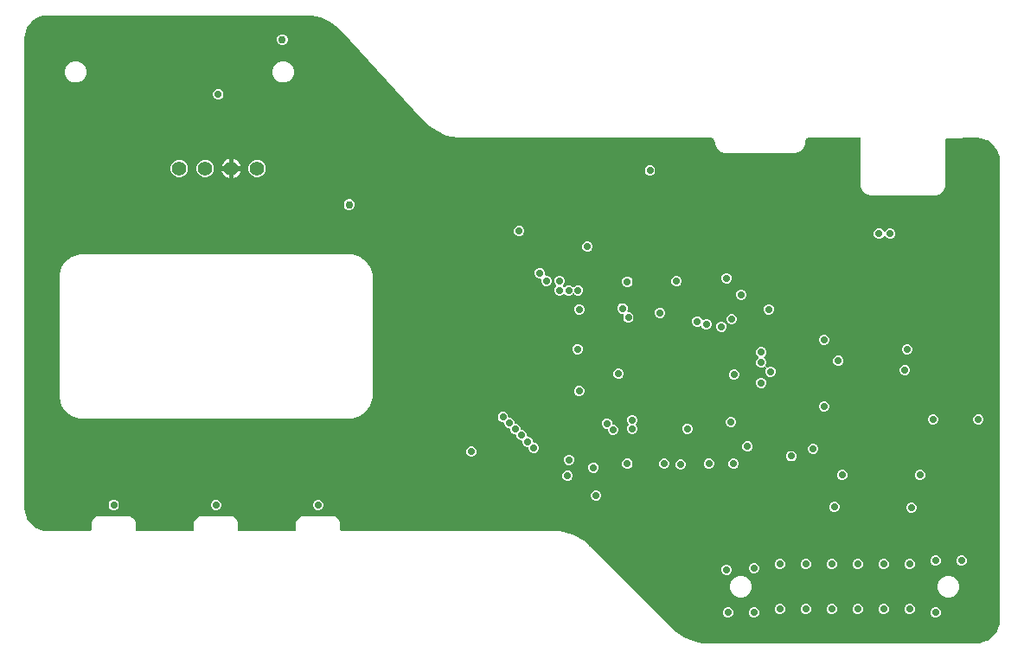
<source format=gbr>
G04 EAGLE Gerber RS-274X export*
G75*
%MOMM*%
%FSLAX34Y34*%
%LPD*%
%INLayer3*%
%IPPOS*%
%AMOC8*
5,1,8,0,0,1.08239X$1,22.5*%
G01*
%ADD10C,1.397000*%
%ADD11C,0.706400*%
%ADD12C,0.756400*%
%ADD13C,0.152400*%
%ADD14C,0.812800*%

G36*
X965022Y12543D02*
X965022Y12543D01*
X965100Y12545D01*
X968414Y12806D01*
X968482Y12820D01*
X968551Y12824D01*
X968707Y12864D01*
X975012Y14912D01*
X975120Y14963D01*
X975230Y15007D01*
X975281Y15039D01*
X975300Y15048D01*
X975316Y15061D01*
X975366Y15093D01*
X980730Y18990D01*
X980816Y19071D01*
X980908Y19146D01*
X980947Y19193D01*
X980961Y19207D01*
X980972Y19224D01*
X981010Y19270D01*
X984907Y24634D01*
X984965Y24738D01*
X985028Y24838D01*
X985051Y24895D01*
X985061Y24913D01*
X985066Y24932D01*
X985088Y24988D01*
X987136Y31293D01*
X987149Y31361D01*
X987172Y31426D01*
X987194Y31586D01*
X987455Y34900D01*
X987454Y34922D01*
X987459Y35000D01*
X987459Y485000D01*
X987457Y485022D01*
X987455Y485100D01*
X987194Y488414D01*
X987180Y488482D01*
X987176Y488551D01*
X987136Y488707D01*
X985088Y495012D01*
X985037Y495120D01*
X984993Y495230D01*
X984961Y495281D01*
X984952Y495300D01*
X984939Y495316D01*
X984907Y495366D01*
X981010Y500730D01*
X980929Y500816D01*
X980854Y500908D01*
X980807Y500947D01*
X980793Y500961D01*
X980776Y500972D01*
X980730Y501010D01*
X975366Y504907D01*
X975262Y504965D01*
X975162Y505028D01*
X975105Y505051D01*
X975087Y505061D01*
X975068Y505066D01*
X975012Y505088D01*
X968707Y507136D01*
X968639Y507149D01*
X968574Y507172D01*
X968414Y507194D01*
X965101Y507455D01*
X965079Y507454D01*
X964992Y507459D01*
X935711Y507254D01*
X935597Y507239D01*
X935483Y507232D01*
X935440Y507218D01*
X935396Y507212D01*
X935290Y507169D01*
X935181Y507134D01*
X935143Y507110D01*
X935101Y507093D01*
X935009Y507025D01*
X934912Y506963D01*
X934881Y506931D01*
X934845Y506904D01*
X934772Y506815D01*
X934694Y506732D01*
X934672Y506693D01*
X934644Y506658D01*
X934596Y506554D01*
X934540Y506453D01*
X934529Y506410D01*
X934510Y506369D01*
X934490Y506256D01*
X934461Y506145D01*
X934457Y506077D01*
X934453Y506056D01*
X934454Y506037D01*
X934451Y505985D01*
X934451Y459694D01*
X932770Y455636D01*
X929664Y452530D01*
X925606Y450849D01*
X860304Y450849D01*
X856246Y452530D01*
X853140Y455636D01*
X851459Y459694D01*
X851459Y506190D01*
X851444Y506308D01*
X851437Y506427D01*
X851424Y506465D01*
X851419Y506506D01*
X851376Y506616D01*
X851339Y506729D01*
X851317Y506764D01*
X851302Y506801D01*
X851233Y506897D01*
X851169Y506998D01*
X851139Y507026D01*
X851116Y507059D01*
X851024Y507135D01*
X850937Y507216D01*
X850902Y507236D01*
X850871Y507261D01*
X850763Y507312D01*
X850659Y507370D01*
X850619Y507380D01*
X850583Y507397D01*
X850466Y507419D01*
X850351Y507449D01*
X850291Y507453D01*
X850271Y507457D01*
X850250Y507455D01*
X850190Y507459D01*
X800500Y507459D01*
X800498Y507459D01*
X800495Y507459D01*
X800334Y507448D01*
X799638Y507357D01*
X799629Y507354D01*
X799620Y507354D01*
X799476Y507314D01*
X799331Y507276D01*
X799322Y507272D01*
X799313Y507269D01*
X799169Y507198D01*
X797963Y506501D01*
X797890Y506445D01*
X797811Y506398D01*
X797764Y506350D01*
X797710Y506309D01*
X797653Y506237D01*
X797588Y506171D01*
X797523Y506073D01*
X797512Y506060D01*
X797509Y506052D01*
X797499Y506037D01*
X796802Y504831D01*
X796799Y504822D01*
X796793Y504815D01*
X796737Y504676D01*
X796679Y504538D01*
X796678Y504528D01*
X796674Y504520D01*
X796643Y504362D01*
X796552Y503666D01*
X796552Y503663D01*
X796551Y503661D01*
X796541Y503500D01*
X796541Y501304D01*
X794860Y497246D01*
X791754Y494140D01*
X787696Y492459D01*
X717304Y492459D01*
X713246Y494140D01*
X710140Y497246D01*
X708459Y501304D01*
X708459Y503500D01*
X708459Y503502D01*
X708459Y503505D01*
X708448Y503666D01*
X708357Y504362D01*
X708354Y504371D01*
X708354Y504380D01*
X708314Y504524D01*
X708276Y504669D01*
X708272Y504678D01*
X708269Y504687D01*
X708198Y504831D01*
X707501Y506037D01*
X707445Y506110D01*
X707398Y506189D01*
X707350Y506236D01*
X707309Y506290D01*
X707237Y506347D01*
X707171Y506412D01*
X707073Y506477D01*
X707060Y506488D01*
X707052Y506491D01*
X707037Y506501D01*
X705831Y507198D01*
X705822Y507201D01*
X705815Y507207D01*
X705676Y507263D01*
X705538Y507321D01*
X705528Y507322D01*
X705520Y507326D01*
X705362Y507357D01*
X704666Y507448D01*
X704663Y507448D01*
X704661Y507449D01*
X704500Y507459D01*
X456532Y507459D01*
X445840Y509707D01*
X435838Y514107D01*
X426956Y520470D01*
X423264Y524497D01*
X422198Y525660D01*
X342990Y612069D01*
X342976Y612081D01*
X342944Y612117D01*
X339534Y615471D01*
X339519Y615482D01*
X339507Y615496D01*
X339383Y615598D01*
X331616Y621162D01*
X331571Y621186D01*
X331531Y621217D01*
X331388Y621292D01*
X322643Y625139D01*
X322594Y625153D01*
X322548Y625176D01*
X322393Y625219D01*
X313043Y627184D01*
X313025Y627186D01*
X313008Y627191D01*
X312848Y627210D01*
X308071Y627458D01*
X308053Y627456D01*
X308005Y627459D01*
X55000Y627459D01*
X54978Y627457D01*
X54900Y627455D01*
X51586Y627194D01*
X51518Y627180D01*
X51449Y627176D01*
X51293Y627136D01*
X44988Y625088D01*
X44880Y625037D01*
X44770Y624993D01*
X44719Y624961D01*
X44700Y624952D01*
X44684Y624939D01*
X44634Y624907D01*
X39270Y621010D01*
X39184Y620929D01*
X39092Y620854D01*
X39053Y620807D01*
X39039Y620793D01*
X39028Y620776D01*
X38990Y620730D01*
X35093Y615366D01*
X35035Y615262D01*
X34972Y615162D01*
X34949Y615105D01*
X34939Y615087D01*
X34934Y615068D01*
X34912Y615012D01*
X32864Y608707D01*
X32851Y608639D01*
X32828Y608574D01*
X32806Y608414D01*
X32545Y605100D01*
X32546Y605078D01*
X32541Y605000D01*
X32541Y145000D01*
X32543Y144978D01*
X32545Y144900D01*
X32806Y141586D01*
X32820Y141518D01*
X32824Y141449D01*
X32864Y141293D01*
X34912Y134988D01*
X34963Y134880D01*
X35007Y134770D01*
X35039Y134719D01*
X35048Y134700D01*
X35061Y134684D01*
X35093Y134634D01*
X38990Y129270D01*
X39071Y129184D01*
X39146Y129092D01*
X39193Y129053D01*
X39207Y129039D01*
X39224Y129028D01*
X39270Y128990D01*
X44634Y125093D01*
X44738Y125035D01*
X44838Y124972D01*
X44895Y124949D01*
X44913Y124939D01*
X44932Y124934D01*
X44988Y124912D01*
X51293Y122864D01*
X51361Y122851D01*
X51426Y122828D01*
X51586Y122806D01*
X54900Y122545D01*
X54922Y122546D01*
X55000Y122541D01*
X96774Y122541D01*
X96892Y122556D01*
X97011Y122563D01*
X97049Y122576D01*
X97090Y122581D01*
X97200Y122624D01*
X97313Y122661D01*
X97348Y122683D01*
X97385Y122698D01*
X97481Y122767D01*
X97582Y122831D01*
X97610Y122861D01*
X97643Y122884D01*
X97719Y122976D01*
X97800Y123063D01*
X97820Y123098D01*
X97845Y123129D01*
X97896Y123237D01*
X97954Y123341D01*
X97964Y123381D01*
X97981Y123417D01*
X98003Y123534D01*
X98033Y123649D01*
X98037Y123709D01*
X98041Y123729D01*
X98039Y123750D01*
X98043Y123810D01*
X98043Y131133D01*
X100064Y134632D01*
X103563Y136653D01*
X136021Y136653D01*
X139520Y134632D01*
X141541Y131133D01*
X141541Y123810D01*
X141556Y123692D01*
X141563Y123573D01*
X141576Y123535D01*
X141581Y123494D01*
X141624Y123384D01*
X141661Y123271D01*
X141683Y123236D01*
X141698Y123199D01*
X141767Y123103D01*
X141831Y123002D01*
X141861Y122974D01*
X141884Y122941D01*
X141976Y122865D01*
X142063Y122784D01*
X142098Y122764D01*
X142129Y122739D01*
X142237Y122688D01*
X142341Y122630D01*
X142381Y122620D01*
X142417Y122603D01*
X142534Y122581D01*
X142649Y122551D01*
X142709Y122547D01*
X142729Y122543D01*
X142750Y122545D01*
X142810Y122541D01*
X197190Y122541D01*
X197308Y122556D01*
X197427Y122563D01*
X197465Y122576D01*
X197506Y122581D01*
X197616Y122624D01*
X197729Y122661D01*
X197764Y122683D01*
X197801Y122698D01*
X197897Y122767D01*
X197998Y122831D01*
X198026Y122861D01*
X198059Y122884D01*
X198135Y122976D01*
X198216Y123063D01*
X198236Y123098D01*
X198261Y123129D01*
X198312Y123237D01*
X198370Y123341D01*
X198380Y123381D01*
X198397Y123417D01*
X198419Y123534D01*
X198449Y123649D01*
X198453Y123709D01*
X198457Y123729D01*
X198455Y123750D01*
X198459Y123810D01*
X198459Y131021D01*
X200480Y134520D01*
X203979Y136541D01*
X236020Y136541D01*
X239520Y134520D01*
X241541Y131021D01*
X241541Y123810D01*
X241556Y123692D01*
X241563Y123573D01*
X241576Y123535D01*
X241581Y123494D01*
X241624Y123384D01*
X241661Y123271D01*
X241683Y123236D01*
X241698Y123199D01*
X241767Y123103D01*
X241831Y123002D01*
X241861Y122974D01*
X241884Y122941D01*
X241976Y122865D01*
X242063Y122784D01*
X242098Y122764D01*
X242129Y122739D01*
X242237Y122688D01*
X242341Y122630D01*
X242381Y122620D01*
X242417Y122603D01*
X242534Y122581D01*
X242649Y122551D01*
X242709Y122547D01*
X242729Y122543D01*
X242750Y122545D01*
X242810Y122541D01*
X297190Y122541D01*
X297308Y122556D01*
X297427Y122563D01*
X297465Y122576D01*
X297506Y122581D01*
X297616Y122624D01*
X297729Y122661D01*
X297764Y122683D01*
X297801Y122698D01*
X297897Y122767D01*
X297998Y122831D01*
X298026Y122861D01*
X298059Y122884D01*
X298135Y122976D01*
X298216Y123063D01*
X298236Y123098D01*
X298261Y123129D01*
X298312Y123237D01*
X298370Y123341D01*
X298380Y123381D01*
X298397Y123417D01*
X298419Y123534D01*
X298449Y123649D01*
X298453Y123709D01*
X298457Y123729D01*
X298455Y123750D01*
X298459Y123810D01*
X298459Y131021D01*
X300480Y134520D01*
X303979Y136541D01*
X336021Y136541D01*
X339520Y134520D01*
X341541Y131021D01*
X341541Y123810D01*
X341556Y123692D01*
X341563Y123573D01*
X341576Y123535D01*
X341581Y123494D01*
X341624Y123384D01*
X341661Y123271D01*
X341683Y123236D01*
X341698Y123199D01*
X341767Y123103D01*
X341831Y123002D01*
X341861Y122974D01*
X341884Y122941D01*
X341976Y122865D01*
X342063Y122784D01*
X342098Y122764D01*
X342129Y122739D01*
X342237Y122688D01*
X342341Y122630D01*
X342381Y122620D01*
X342417Y122603D01*
X342534Y122581D01*
X342649Y122551D01*
X342709Y122547D01*
X342729Y122543D01*
X342750Y122545D01*
X342810Y122541D01*
X556206Y122541D01*
X569569Y118960D01*
X581550Y112043D01*
X585325Y108268D01*
X667152Y26441D01*
X667166Y26431D01*
X667197Y26398D01*
X670556Y23354D01*
X670566Y23347D01*
X670575Y23337D01*
X670703Y23239D01*
X678232Y18209D01*
X678271Y18189D01*
X678307Y18162D01*
X678451Y18091D01*
X686817Y14626D01*
X686859Y14615D01*
X686899Y14595D01*
X687055Y14554D01*
X695936Y12788D01*
X695949Y12787D01*
X695961Y12783D01*
X696121Y12765D01*
X700648Y12542D01*
X700666Y12544D01*
X700711Y12541D01*
X965000Y12541D01*
X965022Y12543D01*
G37*
%LPC*%
G36*
X86309Y232917D02*
X86309Y232917D01*
X79289Y235198D01*
X73377Y239493D01*
X73317Y239537D01*
X68978Y245509D01*
X66697Y252529D01*
X66697Y373691D01*
X68978Y380711D01*
X73317Y386683D01*
X79289Y391022D01*
X86309Y393303D01*
X353691Y393303D01*
X360711Y391022D01*
X366683Y386683D01*
X371022Y380711D01*
X373303Y373691D01*
X373303Y252529D01*
X371022Y245509D01*
X366683Y239537D01*
X360711Y235198D01*
X353691Y232917D01*
X86309Y232917D01*
G37*
%LPD*%
%LPC*%
G36*
X530362Y198905D02*
X530362Y198905D01*
X528504Y199675D01*
X527081Y201098D01*
X526311Y202956D01*
X526311Y203709D01*
X526296Y203827D01*
X526289Y203946D01*
X526276Y203984D01*
X526271Y204024D01*
X526228Y204135D01*
X526191Y204248D01*
X526169Y204282D01*
X526154Y204320D01*
X526085Y204416D01*
X526021Y204517D01*
X525991Y204545D01*
X525968Y204577D01*
X525876Y204653D01*
X525789Y204735D01*
X525754Y204754D01*
X525723Y204780D01*
X525615Y204831D01*
X525511Y204888D01*
X525471Y204898D01*
X525435Y204916D01*
X525318Y204938D01*
X525203Y204968D01*
X525143Y204972D01*
X525123Y204975D01*
X525102Y204974D01*
X525042Y204978D01*
X524289Y204978D01*
X522431Y205748D01*
X521008Y207170D01*
X520239Y209029D01*
X520239Y209781D01*
X520224Y209900D01*
X520216Y210018D01*
X520204Y210057D01*
X520199Y210097D01*
X520155Y210208D01*
X520118Y210321D01*
X520097Y210355D01*
X520082Y210393D01*
X520012Y210489D01*
X519948Y210590D01*
X519919Y210617D01*
X519895Y210650D01*
X519803Y210726D01*
X519716Y210807D01*
X519681Y210827D01*
X519650Y210853D01*
X519542Y210903D01*
X519438Y210961D01*
X519399Y210971D01*
X519362Y210988D01*
X519245Y211011D01*
X519130Y211040D01*
X519070Y211044D01*
X519050Y211048D01*
X519030Y211047D01*
X518969Y211051D01*
X518217Y211051D01*
X516358Y211820D01*
X514936Y213243D01*
X514166Y215101D01*
X514166Y215854D01*
X514151Y215972D01*
X514144Y216091D01*
X514131Y216129D01*
X514126Y216170D01*
X514082Y216280D01*
X514046Y216394D01*
X514024Y216428D01*
X514009Y216465D01*
X513939Y216561D01*
X513875Y216662D01*
X513846Y216690D01*
X513822Y216723D01*
X513730Y216799D01*
X513644Y216880D01*
X513608Y216900D01*
X513577Y216925D01*
X513470Y216976D01*
X513365Y217034D01*
X513326Y217044D01*
X513289Y217061D01*
X513173Y217083D01*
X513057Y217113D01*
X512997Y217117D01*
X512977Y217121D01*
X512957Y217120D01*
X512897Y217123D01*
X512144Y217123D01*
X510286Y217893D01*
X508863Y219316D01*
X508093Y221174D01*
X508093Y221927D01*
X508078Y222045D01*
X508071Y222164D01*
X508058Y222202D01*
X508053Y222242D01*
X508010Y222353D01*
X507973Y222466D01*
X507951Y222500D01*
X507936Y222538D01*
X507866Y222634D01*
X507803Y222735D01*
X507773Y222763D01*
X507749Y222795D01*
X507658Y222871D01*
X507571Y222953D01*
X507536Y222972D01*
X507505Y222998D01*
X507397Y223049D01*
X507293Y223106D01*
X507253Y223116D01*
X507217Y223134D01*
X507100Y223156D01*
X506985Y223186D01*
X506924Y223190D01*
X506904Y223193D01*
X506884Y223192D01*
X506824Y223196D01*
X506071Y223196D01*
X504213Y223966D01*
X502790Y225388D01*
X502021Y227247D01*
X502021Y227999D01*
X502006Y228118D01*
X501998Y228236D01*
X501986Y228275D01*
X501981Y228315D01*
X501937Y228426D01*
X501900Y228539D01*
X501879Y228573D01*
X501864Y228611D01*
X501794Y228707D01*
X501730Y228808D01*
X501701Y228835D01*
X501677Y228868D01*
X501585Y228944D01*
X501498Y229026D01*
X501463Y229045D01*
X501432Y229071D01*
X501324Y229122D01*
X501220Y229179D01*
X501181Y229189D01*
X501144Y229206D01*
X501027Y229229D01*
X500912Y229258D01*
X500852Y229262D01*
X500832Y229266D01*
X500811Y229265D01*
X500751Y229269D01*
X499999Y229269D01*
X498140Y230039D01*
X496718Y231461D01*
X495948Y233320D01*
X495948Y235331D01*
X496718Y237190D01*
X498140Y238612D01*
X499999Y239382D01*
X502010Y239382D01*
X503869Y238612D01*
X505291Y237190D01*
X506061Y235331D01*
X506061Y234579D01*
X506076Y234461D01*
X506084Y234342D01*
X506096Y234303D01*
X506101Y234263D01*
X506145Y234152D01*
X506182Y234039D01*
X506203Y234005D01*
X506218Y233968D01*
X506288Y233871D01*
X506352Y233771D01*
X506381Y233743D01*
X506405Y233710D01*
X506497Y233634D01*
X506583Y233553D01*
X506619Y233533D01*
X506650Y233507D01*
X506758Y233457D01*
X506862Y233399D01*
X506901Y233389D01*
X506938Y233372D01*
X507054Y233349D01*
X507170Y233320D01*
X507230Y233316D01*
X507250Y233312D01*
X507270Y233313D01*
X507331Y233309D01*
X508083Y233309D01*
X509942Y232540D01*
X511364Y231117D01*
X512134Y229259D01*
X512134Y228506D01*
X512149Y228388D01*
X512156Y228269D01*
X512169Y228231D01*
X512174Y228191D01*
X512218Y228080D01*
X512254Y227967D01*
X512276Y227932D01*
X512291Y227895D01*
X512361Y227799D01*
X512424Y227698D01*
X512454Y227670D01*
X512478Y227637D01*
X512569Y227562D01*
X512656Y227480D01*
X512692Y227460D01*
X512723Y227435D01*
X512830Y227384D01*
X512935Y227326D01*
X512974Y227316D01*
X513010Y227299D01*
X513127Y227277D01*
X513243Y227247D01*
X513303Y227243D01*
X513323Y227239D01*
X513343Y227241D01*
X513403Y227237D01*
X514156Y227237D01*
X516014Y226467D01*
X517437Y225044D01*
X518207Y223186D01*
X518207Y222433D01*
X518222Y222315D01*
X518229Y222196D01*
X518241Y222158D01*
X518247Y222118D01*
X518290Y222007D01*
X518327Y221894D01*
X518349Y221860D01*
X518364Y221822D01*
X518433Y221726D01*
X518497Y221625D01*
X518527Y221598D01*
X518550Y221565D01*
X518642Y221489D01*
X518729Y221407D01*
X518764Y221388D01*
X518795Y221362D01*
X518903Y221311D01*
X519007Y221254D01*
X519047Y221244D01*
X519083Y221226D01*
X519200Y221204D01*
X519315Y221174D01*
X519375Y221171D01*
X519395Y221167D01*
X519416Y221168D01*
X519476Y221164D01*
X520229Y221164D01*
X522087Y220394D01*
X523510Y218972D01*
X524279Y217113D01*
X524279Y216361D01*
X524294Y216242D01*
X524302Y216124D01*
X524314Y216085D01*
X524319Y216045D01*
X524363Y215934D01*
X524400Y215821D01*
X524421Y215787D01*
X524436Y215749D01*
X524506Y215653D01*
X524570Y215553D01*
X524599Y215525D01*
X524623Y215492D01*
X524715Y215416D01*
X524801Y215335D01*
X524837Y215315D01*
X524868Y215289D01*
X524976Y215239D01*
X525080Y215181D01*
X525119Y215171D01*
X525156Y215154D01*
X525273Y215131D01*
X525388Y215102D01*
X525448Y215098D01*
X525468Y215094D01*
X525488Y215095D01*
X525549Y215091D01*
X526301Y215091D01*
X528160Y214322D01*
X529582Y212899D01*
X530352Y211041D01*
X530352Y210288D01*
X530367Y210170D01*
X530374Y210051D01*
X530387Y210013D01*
X530392Y209972D01*
X530436Y209862D01*
X530472Y209749D01*
X530494Y209714D01*
X530509Y209677D01*
X530579Y209581D01*
X530643Y209480D01*
X530672Y209452D01*
X530696Y209419D01*
X530787Y209343D01*
X530874Y209262D01*
X530910Y209242D01*
X530941Y209217D01*
X531048Y209166D01*
X531153Y209108D01*
X531192Y209098D01*
X531228Y209081D01*
X531345Y209059D01*
X531461Y209029D01*
X531521Y209025D01*
X531541Y209021D01*
X531561Y209023D01*
X531621Y209019D01*
X532374Y209019D01*
X534232Y208249D01*
X535655Y206826D01*
X536425Y204968D01*
X536425Y202956D01*
X535655Y201098D01*
X534232Y199675D01*
X532374Y198905D01*
X530362Y198905D01*
G37*
%LPD*%
%LPC*%
G36*
X80623Y561559D02*
X80623Y561559D01*
X76786Y563149D01*
X73849Y566086D01*
X72259Y569923D01*
X72259Y574077D01*
X73849Y577914D01*
X76786Y580851D01*
X80623Y582441D01*
X84777Y582441D01*
X88614Y580851D01*
X91551Y577914D01*
X93141Y574077D01*
X93141Y569923D01*
X91551Y566086D01*
X88614Y563149D01*
X84777Y561559D01*
X80623Y561559D01*
G37*
%LPD*%
%LPC*%
G36*
X935223Y57559D02*
X935223Y57559D01*
X931386Y59149D01*
X928449Y62086D01*
X926859Y65923D01*
X926859Y70077D01*
X928449Y73914D01*
X931386Y76851D01*
X935223Y78441D01*
X939377Y78441D01*
X943214Y76851D01*
X946151Y73914D01*
X947741Y70077D01*
X947741Y65923D01*
X946151Y62086D01*
X943214Y59149D01*
X939377Y57559D01*
X935223Y57559D01*
G37*
%LPD*%
%LPC*%
G36*
X732023Y57559D02*
X732023Y57559D01*
X728186Y59149D01*
X725249Y62086D01*
X723659Y65923D01*
X723659Y70077D01*
X725249Y73914D01*
X728186Y76851D01*
X732023Y78441D01*
X736177Y78441D01*
X740014Y76851D01*
X742951Y73914D01*
X744541Y70077D01*
X744541Y65923D01*
X742951Y62086D01*
X740014Y59149D01*
X736177Y57559D01*
X732023Y57559D01*
G37*
%LPD*%
%LPC*%
G36*
X283823Y561559D02*
X283823Y561559D01*
X279986Y563149D01*
X277049Y566086D01*
X275459Y569923D01*
X275459Y574077D01*
X277049Y577914D01*
X279986Y580851D01*
X283823Y582441D01*
X287977Y582441D01*
X291814Y580851D01*
X294751Y577914D01*
X296341Y574077D01*
X296341Y569923D01*
X294751Y566086D01*
X291814Y563149D01*
X287977Y561559D01*
X283823Y561559D01*
G37*
%LPD*%
%LPC*%
G36*
X555366Y353083D02*
X555366Y353083D01*
X553508Y353853D01*
X552085Y355276D01*
X551315Y357134D01*
X551315Y359146D01*
X552085Y361004D01*
X552839Y361758D01*
X552912Y361852D01*
X552991Y361942D01*
X553009Y361978D01*
X553034Y362010D01*
X553081Y362119D01*
X553136Y362225D01*
X553144Y362264D01*
X553160Y362302D01*
X553179Y362419D01*
X553205Y362535D01*
X553204Y362576D01*
X553210Y362616D01*
X553199Y362734D01*
X553196Y362853D01*
X553184Y362892D01*
X553181Y362932D01*
X553140Y363045D01*
X553107Y363159D01*
X553087Y363193D01*
X553073Y363232D01*
X553006Y363330D01*
X552946Y363433D01*
X552906Y363478D01*
X552894Y363495D01*
X552879Y363508D01*
X552839Y363553D01*
X551973Y364420D01*
X551203Y366278D01*
X551203Y368290D01*
X551973Y370148D01*
X553396Y371571D01*
X555254Y372341D01*
X557266Y372341D01*
X559124Y371571D01*
X560547Y370148D01*
X561317Y368290D01*
X561317Y366278D01*
X560547Y364420D01*
X559793Y363665D01*
X559720Y363571D01*
X559641Y363482D01*
X559623Y363446D01*
X559598Y363414D01*
X559551Y363305D01*
X559496Y363199D01*
X559488Y363160D01*
X559472Y363122D01*
X559453Y363005D01*
X559427Y362889D01*
X559428Y362848D01*
X559422Y362808D01*
X559433Y362690D01*
X559436Y362571D01*
X559448Y362532D01*
X559451Y362492D01*
X559492Y362379D01*
X559525Y362265D01*
X559545Y362230D01*
X559559Y362192D01*
X559626Y362094D01*
X559686Y361991D01*
X559726Y361946D01*
X559738Y361929D01*
X559753Y361916D01*
X559793Y361870D01*
X560018Y361645D01*
X560113Y361572D01*
X560202Y361493D01*
X560238Y361475D01*
X560270Y361450D01*
X560379Y361403D01*
X560485Y361348D01*
X560524Y361340D01*
X560562Y361324D01*
X560679Y361305D01*
X560795Y361279D01*
X560836Y361280D01*
X560876Y361274D01*
X560994Y361285D01*
X561113Y361288D01*
X561152Y361300D01*
X561192Y361303D01*
X561305Y361344D01*
X561419Y361377D01*
X561453Y361397D01*
X561492Y361411D01*
X561590Y361478D01*
X561693Y361538D01*
X561738Y361578D01*
X561755Y361590D01*
X561768Y361605D01*
X561813Y361645D01*
X562596Y362427D01*
X564454Y363197D01*
X566466Y363197D01*
X568324Y362427D01*
X569106Y361645D01*
X569200Y361572D01*
X569290Y361493D01*
X569326Y361475D01*
X569358Y361450D01*
X569467Y361403D01*
X569573Y361348D01*
X569612Y361340D01*
X569650Y361324D01*
X569767Y361305D01*
X569883Y361279D01*
X569924Y361280D01*
X569964Y361274D01*
X570082Y361285D01*
X570201Y361288D01*
X570240Y361300D01*
X570280Y361303D01*
X570393Y361344D01*
X570507Y361377D01*
X570541Y361397D01*
X570580Y361411D01*
X570678Y361478D01*
X570781Y361538D01*
X570826Y361578D01*
X570843Y361590D01*
X570856Y361605D01*
X570901Y361645D01*
X571684Y362427D01*
X573542Y363197D01*
X575554Y363197D01*
X577412Y362427D01*
X578835Y361004D01*
X579605Y359146D01*
X579605Y357134D01*
X578835Y355276D01*
X577412Y353853D01*
X575554Y353083D01*
X573542Y353083D01*
X571684Y353853D01*
X570901Y354635D01*
X570807Y354708D01*
X570718Y354787D01*
X570682Y354805D01*
X570650Y354830D01*
X570541Y354878D01*
X570435Y354932D01*
X570396Y354940D01*
X570358Y354956D01*
X570241Y354975D01*
X570125Y355001D01*
X570084Y355000D01*
X570044Y355006D01*
X569926Y354995D01*
X569807Y354992D01*
X569768Y354980D01*
X569728Y354977D01*
X569616Y354936D01*
X569501Y354903D01*
X569466Y354883D01*
X569428Y354869D01*
X569330Y354802D01*
X569227Y354742D01*
X569182Y354702D01*
X569165Y354690D01*
X569152Y354675D01*
X569106Y354635D01*
X568324Y353853D01*
X566466Y353083D01*
X564454Y353083D01*
X562596Y353853D01*
X561813Y354635D01*
X561719Y354708D01*
X561630Y354787D01*
X561594Y354805D01*
X561562Y354830D01*
X561453Y354878D01*
X561347Y354932D01*
X561308Y354940D01*
X561270Y354956D01*
X561153Y354975D01*
X561037Y355001D01*
X560996Y355000D01*
X560956Y355006D01*
X560838Y354995D01*
X560719Y354992D01*
X560680Y354980D01*
X560640Y354977D01*
X560528Y354936D01*
X560413Y354903D01*
X560378Y354883D01*
X560340Y354869D01*
X560242Y354802D01*
X560139Y354742D01*
X560094Y354702D01*
X560077Y354690D01*
X560064Y354675D01*
X560018Y354635D01*
X559236Y353853D01*
X557378Y353083D01*
X555366Y353083D01*
G37*
%LPD*%
%LPC*%
G36*
X761837Y273555D02*
X761837Y273555D01*
X759979Y274325D01*
X758556Y275748D01*
X757786Y277606D01*
X757786Y279618D01*
X758565Y281497D01*
X758602Y281631D01*
X758642Y281764D01*
X758643Y281784D01*
X758649Y281804D01*
X758651Y281943D01*
X758658Y282082D01*
X758654Y282102D01*
X758654Y282122D01*
X758621Y282257D01*
X758593Y282393D01*
X758584Y282412D01*
X758580Y282431D01*
X758515Y282554D01*
X758454Y282679D01*
X758440Y282694D01*
X758431Y282712D01*
X758338Y282815D01*
X758247Y282921D01*
X758231Y282933D01*
X758217Y282948D01*
X758101Y283024D01*
X757987Y283104D01*
X757968Y283111D01*
X757951Y283122D01*
X757820Y283167D01*
X757690Y283217D01*
X757670Y283219D01*
X757651Y283226D01*
X757512Y283237D01*
X757374Y283252D01*
X757354Y283249D01*
X757334Y283251D01*
X757196Y283227D01*
X757059Y283208D01*
X757032Y283199D01*
X757020Y283196D01*
X757001Y283188D01*
X756907Y283156D01*
X754960Y282349D01*
X752948Y282349D01*
X751090Y283119D01*
X749667Y284542D01*
X748897Y286400D01*
X748897Y288412D01*
X749667Y290270D01*
X750867Y291471D01*
X750940Y291565D01*
X751019Y291654D01*
X751037Y291690D01*
X751062Y291722D01*
X751110Y291831D01*
X751164Y291937D01*
X751172Y291976D01*
X751188Y292014D01*
X751207Y292131D01*
X751233Y292247D01*
X751232Y292288D01*
X751238Y292328D01*
X751227Y292446D01*
X751224Y292565D01*
X751212Y292604D01*
X751209Y292644D01*
X751168Y292756D01*
X751135Y292871D01*
X751115Y292906D01*
X751101Y292944D01*
X751034Y293042D01*
X750974Y293145D01*
X750934Y293190D01*
X750922Y293207D01*
X750907Y293220D01*
X750867Y293266D01*
X749569Y294564D01*
X748799Y296422D01*
X748799Y298434D01*
X749569Y300292D01*
X750992Y301715D01*
X752850Y302485D01*
X754862Y302485D01*
X756720Y301715D01*
X758143Y300292D01*
X758913Y298434D01*
X758913Y296422D01*
X758143Y294564D01*
X756943Y293364D01*
X756870Y293269D01*
X756791Y293180D01*
X756773Y293144D01*
X756748Y293112D01*
X756701Y293003D01*
X756646Y292897D01*
X756638Y292858D01*
X756622Y292820D01*
X756603Y292703D01*
X756577Y292587D01*
X756578Y292546D01*
X756572Y292506D01*
X756583Y292388D01*
X756586Y292269D01*
X756598Y292230D01*
X756601Y292190D01*
X756642Y292077D01*
X756675Y291963D01*
X756695Y291929D01*
X756709Y291890D01*
X756776Y291792D01*
X756836Y291689D01*
X756876Y291644D01*
X756888Y291627D01*
X756903Y291614D01*
X756943Y291569D01*
X758241Y290270D01*
X759011Y288412D01*
X759011Y286400D01*
X758232Y284521D01*
X758196Y284387D01*
X758155Y284254D01*
X758154Y284234D01*
X758148Y284214D01*
X758146Y284074D01*
X758140Y283936D01*
X758144Y283916D01*
X758143Y283896D01*
X758176Y283761D01*
X758204Y283625D01*
X758213Y283606D01*
X758217Y283587D01*
X758282Y283464D01*
X758344Y283339D01*
X758357Y283324D01*
X758366Y283306D01*
X758460Y283203D01*
X758550Y283097D01*
X758566Y283085D01*
X758580Y283070D01*
X758696Y282994D01*
X758810Y282914D01*
X758829Y282907D01*
X758846Y282896D01*
X758977Y282851D01*
X759107Y282801D01*
X759127Y282799D01*
X759147Y282792D01*
X759285Y282781D01*
X759423Y282766D01*
X759443Y282769D01*
X759464Y282767D01*
X759601Y282791D01*
X759738Y282810D01*
X759765Y282819D01*
X759777Y282822D01*
X759796Y282830D01*
X759891Y282862D01*
X761837Y283669D01*
X763849Y283669D01*
X765708Y282899D01*
X767130Y281476D01*
X767900Y279618D01*
X767900Y277606D01*
X767130Y275748D01*
X765708Y274325D01*
X763849Y273555D01*
X761837Y273555D01*
G37*
%LPD*%
%LPC*%
G36*
X182407Y468790D02*
X182407Y468790D01*
X179280Y470086D01*
X176886Y472480D01*
X175590Y475607D01*
X175590Y478993D01*
X176886Y482120D01*
X179280Y484514D01*
X182407Y485810D01*
X185793Y485810D01*
X188920Y484514D01*
X191314Y482120D01*
X192610Y478993D01*
X192610Y475607D01*
X191314Y472480D01*
X188920Y470086D01*
X185793Y468790D01*
X182407Y468790D01*
G37*
%LPD*%
%LPC*%
G36*
X258607Y468790D02*
X258607Y468790D01*
X255480Y470086D01*
X253086Y472480D01*
X251790Y475607D01*
X251790Y478993D01*
X253086Y482120D01*
X255480Y484514D01*
X258607Y485810D01*
X261993Y485810D01*
X265120Y484514D01*
X267514Y482120D01*
X268810Y478993D01*
X268810Y475607D01*
X267514Y472480D01*
X265120Y470086D01*
X261993Y468790D01*
X258607Y468790D01*
G37*
%LPD*%
%LPC*%
G36*
X207807Y468790D02*
X207807Y468790D01*
X204680Y470086D01*
X202286Y472480D01*
X200990Y475607D01*
X200990Y478993D01*
X202286Y482120D01*
X204680Y484514D01*
X207807Y485810D01*
X211193Y485810D01*
X214320Y484514D01*
X216714Y482120D01*
X218010Y478993D01*
X218010Y475607D01*
X216714Y472480D01*
X214320Y470086D01*
X211193Y468790D01*
X207807Y468790D01*
G37*
%LPD*%
%LPC*%
G36*
X868154Y408395D02*
X868154Y408395D01*
X866296Y409165D01*
X864873Y410588D01*
X864103Y412446D01*
X864103Y414458D01*
X864873Y416316D01*
X866296Y417739D01*
X868154Y418509D01*
X870166Y418509D01*
X872024Y417739D01*
X873481Y416283D01*
X873541Y416168D01*
X873555Y416153D01*
X873565Y416136D01*
X873661Y416036D01*
X873755Y415933D01*
X873772Y415922D01*
X873786Y415907D01*
X873905Y415834D01*
X874021Y415758D01*
X874040Y415752D01*
X874057Y415741D01*
X874191Y415700D01*
X874322Y415655D01*
X874342Y415653D01*
X874361Y415647D01*
X874500Y415641D01*
X874639Y415630D01*
X874659Y415633D01*
X874679Y415632D01*
X874815Y415660D01*
X874952Y415684D01*
X874970Y415692D01*
X874990Y415696D01*
X875115Y415757D01*
X875242Y415815D01*
X875258Y415827D01*
X875276Y415836D01*
X875382Y415926D01*
X875490Y416013D01*
X875503Y416029D01*
X875518Y416042D01*
X875598Y416156D01*
X875682Y416267D01*
X875694Y416292D01*
X875701Y416302D01*
X875702Y416306D01*
X877136Y417739D01*
X878994Y418509D01*
X881006Y418509D01*
X882864Y417739D01*
X884287Y416316D01*
X885057Y414458D01*
X885057Y412446D01*
X884287Y410588D01*
X882864Y409165D01*
X881006Y408395D01*
X878994Y408395D01*
X877136Y409165D01*
X875679Y410621D01*
X875619Y410736D01*
X875605Y410751D01*
X875595Y410768D01*
X875498Y410868D01*
X875405Y410971D01*
X875388Y410982D01*
X875374Y410997D01*
X875255Y411070D01*
X875139Y411146D01*
X875120Y411153D01*
X875103Y411163D01*
X874970Y411204D01*
X874838Y411249D01*
X874818Y411251D01*
X874799Y411257D01*
X874660Y411263D01*
X874521Y411274D01*
X874501Y411271D01*
X874481Y411272D01*
X874344Y411244D01*
X874208Y411220D01*
X874189Y411212D01*
X874170Y411208D01*
X874045Y411146D01*
X873918Y411089D01*
X873902Y411077D01*
X873884Y411068D01*
X873778Y410978D01*
X873669Y410891D01*
X873657Y410875D01*
X873642Y410861D01*
X873562Y410748D01*
X873478Y410636D01*
X873466Y410611D01*
X873459Y410601D01*
X873458Y410598D01*
X872024Y409165D01*
X870166Y408395D01*
X868154Y408395D01*
G37*
%LPD*%
%LPC*%
G36*
X622766Y326593D02*
X622766Y326593D01*
X620908Y327363D01*
X619485Y328786D01*
X618715Y330644D01*
X618715Y332656D01*
X619120Y333632D01*
X619133Y333680D01*
X619154Y333725D01*
X619175Y333833D01*
X619204Y333939D01*
X619204Y333989D01*
X619214Y334038D01*
X619207Y334147D01*
X619209Y334257D01*
X619197Y334305D01*
X619194Y334355D01*
X619160Y334459D01*
X619135Y334566D01*
X619111Y334610D01*
X619096Y334657D01*
X619037Y334750D01*
X618986Y334847D01*
X618952Y334884D01*
X618926Y334926D01*
X618846Y335001D01*
X618772Y335083D01*
X618730Y335110D01*
X618694Y335144D01*
X618598Y335197D01*
X618506Y335257D01*
X618459Y335274D01*
X618416Y335298D01*
X618310Y335325D01*
X618205Y335361D01*
X618156Y335365D01*
X618108Y335377D01*
X617947Y335387D01*
X617106Y335387D01*
X615248Y336157D01*
X613825Y337580D01*
X613055Y339438D01*
X613055Y341450D01*
X613825Y343308D01*
X615248Y344731D01*
X617106Y345501D01*
X619118Y345501D01*
X620976Y344731D01*
X622399Y343308D01*
X623169Y341450D01*
X623169Y339438D01*
X622764Y338462D01*
X622751Y338414D01*
X622730Y338369D01*
X622709Y338261D01*
X622680Y338155D01*
X622680Y338105D01*
X622670Y338056D01*
X622677Y337947D01*
X622675Y337837D01*
X622687Y337789D01*
X622690Y337739D01*
X622724Y337635D01*
X622749Y337528D01*
X622773Y337484D01*
X622788Y337437D01*
X622847Y337344D01*
X622898Y337247D01*
X622932Y337210D01*
X622958Y337168D01*
X623038Y337093D01*
X623112Y337011D01*
X623154Y336984D01*
X623190Y336950D01*
X623286Y336897D01*
X623378Y336837D01*
X623425Y336820D01*
X623468Y336796D01*
X623574Y336769D01*
X623679Y336733D01*
X623728Y336729D01*
X623776Y336717D01*
X623937Y336707D01*
X624778Y336707D01*
X626636Y335937D01*
X628059Y334514D01*
X628829Y332656D01*
X628829Y330644D01*
X628059Y328786D01*
X626636Y327363D01*
X624778Y326593D01*
X622766Y326593D01*
G37*
%LPD*%
%LPC*%
G36*
X542402Y362227D02*
X542402Y362227D01*
X540543Y362997D01*
X539121Y364420D01*
X538351Y366278D01*
X538351Y368391D01*
X538353Y368398D01*
X538354Y368448D01*
X538363Y368498D01*
X538356Y368607D01*
X538358Y368716D01*
X538347Y368765D01*
X538343Y368815D01*
X538310Y368919D01*
X538284Y369025D01*
X538261Y369070D01*
X538245Y369117D01*
X538187Y369210D01*
X538136Y369307D01*
X538102Y369344D01*
X538075Y369386D01*
X537996Y369461D01*
X537922Y369542D01*
X537880Y369570D01*
X537844Y369604D01*
X537748Y369657D01*
X537656Y369717D01*
X537609Y369733D01*
X537565Y369758D01*
X537459Y369785D01*
X537356Y369821D01*
X537306Y369825D01*
X537257Y369837D01*
X537096Y369847D01*
X536334Y369847D01*
X534475Y370617D01*
X533053Y372040D01*
X532283Y373898D01*
X532283Y375910D01*
X533053Y377768D01*
X534475Y379191D01*
X536334Y379961D01*
X538346Y379961D01*
X540204Y379191D01*
X541627Y377768D01*
X542396Y375910D01*
X542396Y373797D01*
X542394Y373790D01*
X542394Y373740D01*
X542384Y373690D01*
X542391Y373581D01*
X542389Y373472D01*
X542401Y373423D01*
X542404Y373373D01*
X542438Y373269D01*
X542463Y373163D01*
X542486Y373118D01*
X542502Y373071D01*
X542560Y372978D01*
X542612Y372881D01*
X542645Y372844D01*
X542672Y372802D01*
X542752Y372727D01*
X542825Y372646D01*
X542867Y372618D01*
X542904Y372584D01*
X542999Y372531D01*
X543091Y372471D01*
X543138Y372455D01*
X543182Y372430D01*
X543288Y372403D01*
X543392Y372367D01*
X543442Y372363D01*
X543490Y372351D01*
X543651Y372341D01*
X544414Y372341D01*
X546272Y371571D01*
X547695Y370148D01*
X548464Y368290D01*
X548464Y366278D01*
X547695Y364420D01*
X546272Y362997D01*
X544414Y362227D01*
X542402Y362227D01*
G37*
%LPD*%
%LPC*%
G36*
X698994Y319943D02*
X698994Y319943D01*
X697136Y320713D01*
X695713Y322136D01*
X695607Y322391D01*
X695548Y322494D01*
X695496Y322601D01*
X695470Y322632D01*
X695450Y322667D01*
X695367Y322752D01*
X695290Y322843D01*
X695257Y322866D01*
X695229Y322895D01*
X695127Y322958D01*
X695030Y323026D01*
X694992Y323040D01*
X694958Y323062D01*
X694844Y323097D01*
X694732Y323139D01*
X694692Y323143D01*
X694654Y323155D01*
X694535Y323161D01*
X694416Y323174D01*
X694376Y323168D01*
X694336Y323170D01*
X694219Y323146D01*
X694101Y323130D01*
X694044Y323110D01*
X694024Y323106D01*
X694006Y323097D01*
X693949Y323078D01*
X692418Y322443D01*
X690406Y322443D01*
X688548Y323213D01*
X687125Y324636D01*
X686355Y326494D01*
X686355Y328506D01*
X687125Y330364D01*
X688548Y331787D01*
X690406Y332557D01*
X692418Y332557D01*
X694276Y331787D01*
X695699Y330364D01*
X695805Y330109D01*
X695863Y330006D01*
X695916Y329899D01*
X695942Y329868D01*
X695962Y329833D01*
X696045Y329748D01*
X696122Y329657D01*
X696155Y329634D01*
X696183Y329605D01*
X696285Y329543D01*
X696382Y329474D01*
X696420Y329460D01*
X696454Y329438D01*
X696568Y329403D01*
X696680Y329361D01*
X696720Y329357D01*
X696758Y329345D01*
X696877Y329339D01*
X696996Y329326D01*
X697036Y329332D01*
X697076Y329330D01*
X697193Y329354D01*
X697311Y329370D01*
X697367Y329390D01*
X697388Y329394D01*
X697406Y329403D01*
X697463Y329422D01*
X698994Y330057D01*
X701006Y330057D01*
X702864Y329287D01*
X704287Y327864D01*
X705057Y326006D01*
X705057Y323994D01*
X704287Y322136D01*
X702864Y320713D01*
X701006Y319943D01*
X698994Y319943D01*
G37*
%LPD*%
%LPC*%
G36*
X607804Y216383D02*
X607804Y216383D01*
X605946Y217153D01*
X604523Y218576D01*
X603753Y220434D01*
X603753Y221464D01*
X603738Y221582D01*
X603731Y221701D01*
X603718Y221739D01*
X603713Y221780D01*
X603670Y221890D01*
X603633Y222003D01*
X603611Y222038D01*
X603596Y222075D01*
X603527Y222171D01*
X603463Y222272D01*
X603433Y222300D01*
X603410Y222333D01*
X603318Y222409D01*
X603231Y222490D01*
X603196Y222510D01*
X603165Y222535D01*
X603057Y222586D01*
X602953Y222644D01*
X602913Y222654D01*
X602877Y222671D01*
X602760Y222693D01*
X602645Y222723D01*
X602585Y222727D01*
X602565Y222731D01*
X602544Y222729D01*
X602484Y222733D01*
X601732Y222733D01*
X599874Y223503D01*
X598451Y224926D01*
X597681Y226784D01*
X597681Y228796D01*
X598451Y230654D01*
X599874Y232077D01*
X601732Y232847D01*
X603744Y232847D01*
X605602Y232077D01*
X607025Y230654D01*
X607795Y228796D01*
X607795Y227766D01*
X607810Y227648D01*
X607817Y227529D01*
X607830Y227491D01*
X607835Y227450D01*
X607878Y227340D01*
X607915Y227227D01*
X607937Y227192D01*
X607952Y227155D01*
X608021Y227059D01*
X608085Y226958D01*
X608115Y226930D01*
X608138Y226897D01*
X608230Y226821D01*
X608317Y226740D01*
X608352Y226720D01*
X608383Y226695D01*
X608491Y226644D01*
X608595Y226586D01*
X608635Y226576D01*
X608671Y226559D01*
X608788Y226537D01*
X608903Y226507D01*
X608963Y226503D01*
X608983Y226499D01*
X609004Y226501D01*
X609064Y226497D01*
X609816Y226497D01*
X611674Y225727D01*
X613097Y224304D01*
X613867Y222446D01*
X613867Y220434D01*
X613097Y218576D01*
X611674Y217153D01*
X609816Y216383D01*
X607804Y216383D01*
G37*
%LPD*%
%LPC*%
G36*
X626494Y217443D02*
X626494Y217443D01*
X624636Y218213D01*
X623213Y219636D01*
X622443Y221494D01*
X622443Y223506D01*
X623213Y225364D01*
X623745Y225896D01*
X623818Y225990D01*
X623897Y226080D01*
X623915Y226116D01*
X623940Y226148D01*
X623987Y226257D01*
X624042Y226363D01*
X624050Y226402D01*
X624066Y226440D01*
X624085Y226557D01*
X624111Y226673D01*
X624110Y226714D01*
X624116Y226754D01*
X624105Y226872D01*
X624102Y226991D01*
X624090Y227030D01*
X624087Y227070D01*
X624046Y227182D01*
X624013Y227297D01*
X623993Y227332D01*
X623979Y227370D01*
X623912Y227468D01*
X623852Y227571D01*
X623812Y227616D01*
X623800Y227633D01*
X623785Y227646D01*
X623745Y227691D01*
X623213Y228224D01*
X622443Y230082D01*
X622443Y232094D01*
X623213Y233952D01*
X624636Y235375D01*
X626494Y236145D01*
X628506Y236145D01*
X630364Y235375D01*
X631787Y233952D01*
X632557Y232094D01*
X632557Y230082D01*
X631787Y228224D01*
X631255Y227691D01*
X631182Y227597D01*
X631103Y227508D01*
X631085Y227472D01*
X631060Y227440D01*
X631012Y227331D01*
X630958Y227225D01*
X630950Y227186D01*
X630934Y227148D01*
X630915Y227031D01*
X630889Y226915D01*
X630890Y226874D01*
X630884Y226834D01*
X630895Y226716D01*
X630898Y226597D01*
X630910Y226558D01*
X630913Y226518D01*
X630954Y226406D01*
X630987Y226291D01*
X631007Y226256D01*
X631021Y226218D01*
X631088Y226120D01*
X631148Y226017D01*
X631188Y225972D01*
X631200Y225955D01*
X631215Y225942D01*
X631255Y225896D01*
X631787Y225364D01*
X632557Y223506D01*
X632557Y221494D01*
X631787Y219636D01*
X630364Y218213D01*
X628506Y217443D01*
X626494Y217443D01*
G37*
%LPD*%
%LPC*%
G36*
X283932Y598197D02*
X283932Y598197D01*
X281982Y599005D01*
X280489Y600498D01*
X279681Y602448D01*
X279681Y604560D01*
X280489Y606510D01*
X281982Y608003D01*
X283932Y608811D01*
X286044Y608811D01*
X287994Y608003D01*
X289487Y606510D01*
X290295Y604560D01*
X290295Y602448D01*
X289487Y600498D01*
X287994Y599005D01*
X286044Y598197D01*
X283932Y598197D01*
G37*
%LPD*%
%LPC*%
G36*
X349464Y436653D02*
X349464Y436653D01*
X347514Y437461D01*
X346021Y438954D01*
X345213Y440904D01*
X345213Y443016D01*
X346021Y444966D01*
X347514Y446459D01*
X349464Y447267D01*
X351576Y447267D01*
X353526Y446459D01*
X355019Y444966D01*
X355827Y443016D01*
X355827Y440904D01*
X355019Y438954D01*
X353526Y437461D01*
X351576Y436653D01*
X349464Y436653D01*
G37*
%LPD*%
%LPC*%
G36*
X723994Y324943D02*
X723994Y324943D01*
X722136Y325713D01*
X721538Y326311D01*
X721483Y326354D01*
X721434Y326404D01*
X721358Y326450D01*
X721287Y326506D01*
X721223Y326533D01*
X721163Y326570D01*
X721077Y326596D01*
X720995Y326632D01*
X720926Y326643D01*
X720859Y326663D01*
X720770Y326668D01*
X720681Y326682D01*
X720611Y326675D01*
X720558Y326678D01*
X720569Y326724D01*
X720593Y326789D01*
X720603Y326879D01*
X720623Y326966D01*
X720621Y327036D01*
X720629Y327105D01*
X720616Y327194D01*
X720613Y327284D01*
X720594Y327351D01*
X720584Y327420D01*
X720532Y327573D01*
X719943Y328994D01*
X719943Y331006D01*
X720713Y332864D01*
X722136Y334287D01*
X723994Y335057D01*
X726006Y335057D01*
X727864Y334287D01*
X729287Y332864D01*
X730057Y331006D01*
X730057Y328994D01*
X729287Y327136D01*
X727864Y325713D01*
X726006Y324943D01*
X723994Y324943D01*
G37*
%LPD*%
%LPC*%
G36*
X713994Y317443D02*
X713994Y317443D01*
X712136Y318213D01*
X710713Y319636D01*
X709943Y321494D01*
X709943Y323506D01*
X710713Y325364D01*
X712136Y326787D01*
X713994Y327557D01*
X716006Y327557D01*
X717864Y326787D01*
X718462Y326189D01*
X718517Y326146D01*
X718566Y326096D01*
X718642Y326050D01*
X718713Y325994D01*
X718777Y325967D01*
X718837Y325930D01*
X718923Y325904D01*
X719005Y325868D01*
X719074Y325857D01*
X719141Y325837D01*
X719230Y325832D01*
X719319Y325818D01*
X719389Y325825D01*
X719442Y325822D01*
X719431Y325776D01*
X719407Y325711D01*
X719397Y325621D01*
X719377Y325534D01*
X719379Y325464D01*
X719371Y325395D01*
X719384Y325306D01*
X719387Y325216D01*
X719406Y325149D01*
X719416Y325080D01*
X719468Y324927D01*
X720057Y323506D01*
X720057Y321494D01*
X719287Y319636D01*
X717864Y318213D01*
X716006Y317443D01*
X713994Y317443D01*
G37*
%LPD*%
%LPC*%
G36*
X621884Y361597D02*
X621884Y361597D01*
X620026Y362367D01*
X618603Y363790D01*
X617833Y365648D01*
X617833Y367660D01*
X618603Y369518D01*
X620026Y370941D01*
X621884Y371711D01*
X623896Y371711D01*
X625754Y370941D01*
X627177Y369518D01*
X627947Y367660D01*
X627947Y365648D01*
X627177Y363790D01*
X625754Y362367D01*
X623896Y361597D01*
X621884Y361597D01*
G37*
%LPD*%
%LPC*%
G36*
X733230Y348803D02*
X733230Y348803D01*
X731372Y349573D01*
X729949Y350996D01*
X729179Y352854D01*
X729179Y354866D01*
X729949Y356724D01*
X731372Y358147D01*
X733230Y358917D01*
X735242Y358917D01*
X737100Y358147D01*
X738523Y356724D01*
X739293Y354866D01*
X739293Y352854D01*
X738523Y350996D01*
X737100Y349573D01*
X735242Y348803D01*
X733230Y348803D01*
G37*
%LPD*%
%LPC*%
G36*
X720394Y37543D02*
X720394Y37543D01*
X718536Y38313D01*
X717113Y39736D01*
X716343Y41594D01*
X716343Y43606D01*
X717113Y45464D01*
X718536Y46887D01*
X720394Y47657D01*
X722406Y47657D01*
X724264Y46887D01*
X725687Y45464D01*
X726457Y43606D01*
X726457Y41594D01*
X725687Y39736D01*
X724264Y38313D01*
X722406Y37543D01*
X720394Y37543D01*
G37*
%LPD*%
%LPC*%
G36*
X760204Y334493D02*
X760204Y334493D01*
X758346Y335263D01*
X756923Y336686D01*
X756153Y338544D01*
X756153Y340556D01*
X756923Y342414D01*
X758346Y343837D01*
X760204Y344607D01*
X762216Y344607D01*
X764074Y343837D01*
X765497Y342414D01*
X766267Y340556D01*
X766267Y338544D01*
X765497Y336686D01*
X764074Y335263D01*
X762216Y334493D01*
X760204Y334493D01*
G37*
%LPD*%
%LPC*%
G36*
X574640Y334419D02*
X574640Y334419D01*
X572782Y335189D01*
X571359Y336612D01*
X570589Y338470D01*
X570589Y340482D01*
X571359Y342340D01*
X572782Y343763D01*
X574640Y344533D01*
X576652Y344533D01*
X578510Y343763D01*
X579933Y342340D01*
X580703Y340482D01*
X580703Y338470D01*
X579933Y336612D01*
X578510Y335189D01*
X576652Y334419D01*
X574640Y334419D01*
G37*
%LPD*%
%LPC*%
G36*
X653994Y330943D02*
X653994Y330943D01*
X652136Y331713D01*
X650713Y333136D01*
X649943Y334994D01*
X649943Y337006D01*
X650713Y338864D01*
X652136Y340287D01*
X653994Y341057D01*
X656006Y341057D01*
X657864Y340287D01*
X659287Y338864D01*
X660057Y337006D01*
X660057Y334994D01*
X659287Y333136D01*
X657864Y331713D01*
X656006Y330943D01*
X653994Y330943D01*
G37*
%LPD*%
%LPC*%
G36*
X669890Y361851D02*
X669890Y361851D01*
X668032Y362621D01*
X666609Y364044D01*
X665839Y365902D01*
X665839Y367914D01*
X666609Y369772D01*
X668032Y371195D01*
X669890Y371965D01*
X671902Y371965D01*
X673760Y371195D01*
X675183Y369772D01*
X675953Y367914D01*
X675953Y365902D01*
X675183Y364044D01*
X673760Y362621D01*
X671902Y361851D01*
X669890Y361851D01*
G37*
%LPD*%
%LPC*%
G36*
X745794Y37543D02*
X745794Y37543D01*
X743936Y38313D01*
X742513Y39736D01*
X741743Y41594D01*
X741743Y43606D01*
X742513Y45464D01*
X743936Y46887D01*
X745794Y47657D01*
X747806Y47657D01*
X749664Y46887D01*
X751087Y45464D01*
X751857Y43606D01*
X751857Y41594D01*
X751087Y39736D01*
X749664Y38313D01*
X747806Y37543D01*
X745794Y37543D01*
G37*
%LPD*%
%LPC*%
G36*
X718994Y364943D02*
X718994Y364943D01*
X717136Y365713D01*
X715713Y367136D01*
X714943Y368994D01*
X714943Y371006D01*
X715713Y372864D01*
X717136Y374287D01*
X718994Y375057D01*
X721006Y375057D01*
X722864Y374287D01*
X724287Y372864D01*
X725057Y371006D01*
X725057Y368994D01*
X724287Y367136D01*
X722864Y365713D01*
X721006Y364943D01*
X718994Y364943D01*
G37*
%LPD*%
%LPC*%
G36*
X814416Y304447D02*
X814416Y304447D01*
X812558Y305217D01*
X811135Y306640D01*
X810365Y308498D01*
X810365Y310510D01*
X811135Y312368D01*
X812558Y313791D01*
X814416Y314561D01*
X816428Y314561D01*
X818286Y313791D01*
X819709Y312368D01*
X820479Y310510D01*
X820479Y308498D01*
X819709Y306640D01*
X818286Y305217D01*
X816428Y304447D01*
X814416Y304447D01*
G37*
%LPD*%
%LPC*%
G36*
X572894Y295541D02*
X572894Y295541D01*
X571036Y296311D01*
X569613Y297734D01*
X568843Y299592D01*
X568843Y301604D01*
X569613Y303462D01*
X571036Y304885D01*
X572894Y305655D01*
X574906Y305655D01*
X576764Y304885D01*
X578187Y303462D01*
X578957Y301604D01*
X578957Y299592D01*
X578187Y297734D01*
X576764Y296311D01*
X574906Y295541D01*
X572894Y295541D01*
G37*
%LPD*%
%LPC*%
G36*
X895696Y295303D02*
X895696Y295303D01*
X893838Y296073D01*
X892415Y297496D01*
X891645Y299354D01*
X891645Y301366D01*
X892415Y303224D01*
X893838Y304647D01*
X895696Y305417D01*
X897708Y305417D01*
X899566Y304647D01*
X900989Y303224D01*
X901759Y301366D01*
X901759Y299354D01*
X900989Y297496D01*
X899566Y296073D01*
X897708Y295303D01*
X895696Y295303D01*
G37*
%LPD*%
%LPC*%
G36*
X643940Y470431D02*
X643940Y470431D01*
X642082Y471201D01*
X640659Y472624D01*
X639889Y474482D01*
X639889Y476494D01*
X640659Y478352D01*
X642082Y479775D01*
X643940Y480545D01*
X645952Y480545D01*
X647810Y479775D01*
X649233Y478352D01*
X650003Y476494D01*
X650003Y474482D01*
X649233Y472624D01*
X647810Y471201D01*
X645952Y470431D01*
X643940Y470431D01*
G37*
%LPD*%
%LPC*%
G36*
X828386Y283873D02*
X828386Y283873D01*
X826528Y284643D01*
X825105Y286066D01*
X824335Y287924D01*
X824335Y289936D01*
X825105Y291794D01*
X826528Y293217D01*
X828386Y293987D01*
X830398Y293987D01*
X832256Y293217D01*
X833679Y291794D01*
X834449Y289936D01*
X834449Y287924D01*
X833679Y286066D01*
X832256Y284643D01*
X830398Y283873D01*
X828386Y283873D01*
G37*
%LPD*%
%LPC*%
G36*
X893554Y274803D02*
X893554Y274803D01*
X891696Y275573D01*
X890273Y276996D01*
X889503Y278854D01*
X889503Y280866D01*
X890273Y282724D01*
X891696Y284147D01*
X893554Y284917D01*
X895566Y284917D01*
X897424Y284147D01*
X898847Y282724D01*
X899617Y280866D01*
X899617Y278854D01*
X898847Y276996D01*
X897424Y275573D01*
X895566Y274803D01*
X893554Y274803D01*
G37*
%LPD*%
%LPC*%
G36*
X613166Y271295D02*
X613166Y271295D01*
X611308Y272065D01*
X609885Y273488D01*
X609115Y275346D01*
X609115Y277358D01*
X609885Y279216D01*
X611308Y280639D01*
X613166Y281409D01*
X615178Y281409D01*
X617036Y280639D01*
X618459Y279216D01*
X619229Y277358D01*
X619229Y275346D01*
X618459Y273488D01*
X617036Y272065D01*
X615178Y271295D01*
X613166Y271295D01*
G37*
%LPD*%
%LPC*%
G36*
X726278Y270411D02*
X726278Y270411D01*
X724420Y271181D01*
X722997Y272604D01*
X722227Y274462D01*
X722227Y276474D01*
X722997Y278332D01*
X724420Y279755D01*
X726278Y280525D01*
X728290Y280525D01*
X730148Y279755D01*
X731571Y278332D01*
X732341Y276474D01*
X732341Y274462D01*
X731571Y272604D01*
X730148Y271181D01*
X728290Y270411D01*
X726278Y270411D01*
G37*
%LPD*%
%LPC*%
G36*
X752948Y262537D02*
X752948Y262537D01*
X751090Y263307D01*
X749667Y264730D01*
X748897Y266588D01*
X748897Y268600D01*
X749667Y270458D01*
X751090Y271881D01*
X752948Y272651D01*
X754960Y272651D01*
X756818Y271881D01*
X758241Y270458D01*
X759011Y268600D01*
X759011Y266588D01*
X758241Y264730D01*
X756818Y263307D01*
X754960Y262537D01*
X752948Y262537D01*
G37*
%LPD*%
%LPC*%
G36*
X574640Y254409D02*
X574640Y254409D01*
X572782Y255179D01*
X571359Y256602D01*
X570589Y258460D01*
X570589Y260472D01*
X571359Y262330D01*
X572782Y263753D01*
X574640Y264523D01*
X576652Y264523D01*
X578510Y263753D01*
X579933Y262330D01*
X580703Y260472D01*
X580703Y258460D01*
X579933Y256602D01*
X578510Y255179D01*
X576652Y254409D01*
X574640Y254409D01*
G37*
%LPD*%
%LPC*%
G36*
X814416Y239423D02*
X814416Y239423D01*
X812558Y240193D01*
X811135Y241616D01*
X810365Y243474D01*
X810365Y245486D01*
X811135Y247344D01*
X812558Y248767D01*
X814416Y249537D01*
X816428Y249537D01*
X818286Y248767D01*
X819709Y247344D01*
X820479Y245486D01*
X820479Y243474D01*
X819709Y241616D01*
X818286Y240193D01*
X816428Y239423D01*
X814416Y239423D01*
G37*
%LPD*%
%LPC*%
G36*
X923594Y37543D02*
X923594Y37543D01*
X921736Y38313D01*
X920313Y39736D01*
X919543Y41594D01*
X919543Y43606D01*
X920313Y45464D01*
X921736Y46887D01*
X923594Y47657D01*
X925606Y47657D01*
X927464Y46887D01*
X928887Y45464D01*
X929657Y43606D01*
X929657Y41594D01*
X928887Y39736D01*
X927464Y38313D01*
X925606Y37543D01*
X923594Y37543D01*
G37*
%LPD*%
%LPC*%
G36*
X965546Y226723D02*
X965546Y226723D01*
X963688Y227493D01*
X962265Y228916D01*
X961495Y230774D01*
X961495Y232786D01*
X962265Y234644D01*
X963688Y236067D01*
X965546Y236837D01*
X967558Y236837D01*
X969416Y236067D01*
X970839Y234644D01*
X971609Y232786D01*
X971609Y230774D01*
X970839Y228916D01*
X969416Y227493D01*
X967558Y226723D01*
X965546Y226723D01*
G37*
%LPD*%
%LPC*%
G36*
X921096Y226723D02*
X921096Y226723D01*
X919238Y227493D01*
X917815Y228916D01*
X917045Y230774D01*
X917045Y232786D01*
X917815Y234644D01*
X919238Y236067D01*
X921096Y236837D01*
X923108Y236837D01*
X924966Y236067D01*
X926389Y234644D01*
X927159Y232786D01*
X927159Y230774D01*
X926389Y228916D01*
X924966Y227493D01*
X923108Y226723D01*
X921096Y226723D01*
G37*
%LPD*%
%LPC*%
G36*
X582686Y395755D02*
X582686Y395755D01*
X580828Y396525D01*
X579405Y397948D01*
X578635Y399806D01*
X578635Y401818D01*
X579405Y403676D01*
X580828Y405099D01*
X582686Y405869D01*
X584698Y405869D01*
X586556Y405099D01*
X587979Y403676D01*
X588749Y401818D01*
X588749Y399806D01*
X587979Y397948D01*
X586556Y396525D01*
X584698Y395755D01*
X582686Y395755D01*
G37*
%LPD*%
%LPC*%
G36*
X723230Y224183D02*
X723230Y224183D01*
X721372Y224953D01*
X719949Y226376D01*
X719179Y228234D01*
X719179Y230246D01*
X719949Y232104D01*
X721372Y233527D01*
X723230Y234297D01*
X725242Y234297D01*
X727100Y233527D01*
X728523Y232104D01*
X729293Y230246D01*
X729293Y228234D01*
X728523Y226376D01*
X727100Y224953D01*
X725242Y224183D01*
X723230Y224183D01*
G37*
%LPD*%
%LPC*%
G36*
X771194Y40943D02*
X771194Y40943D01*
X769336Y41713D01*
X767913Y43136D01*
X767143Y44994D01*
X767143Y47006D01*
X767913Y48864D01*
X769336Y50287D01*
X771194Y51057D01*
X773206Y51057D01*
X775064Y50287D01*
X776487Y48864D01*
X777257Y47006D01*
X777257Y44994D01*
X776487Y43136D01*
X775064Y41713D01*
X773206Y40943D01*
X771194Y40943D01*
G37*
%LPD*%
%LPC*%
G36*
X680422Y217443D02*
X680422Y217443D01*
X678564Y218213D01*
X677141Y219636D01*
X676371Y221494D01*
X676371Y223506D01*
X677141Y225364D01*
X678564Y226787D01*
X680422Y227557D01*
X682434Y227557D01*
X684292Y226787D01*
X685715Y225364D01*
X686485Y223506D01*
X686485Y221494D01*
X685715Y219636D01*
X684292Y218213D01*
X682434Y217443D01*
X680422Y217443D01*
G37*
%LPD*%
%LPC*%
G36*
X739486Y200053D02*
X739486Y200053D01*
X737628Y200823D01*
X736205Y202246D01*
X735435Y204104D01*
X735435Y206116D01*
X736205Y207974D01*
X737628Y209397D01*
X739486Y210167D01*
X741498Y210167D01*
X743356Y209397D01*
X744779Y207974D01*
X745549Y206116D01*
X745549Y204104D01*
X744779Y202246D01*
X743356Y200823D01*
X741498Y200053D01*
X739486Y200053D01*
G37*
%LPD*%
%LPC*%
G36*
X803748Y197767D02*
X803748Y197767D01*
X801890Y198537D01*
X800467Y199960D01*
X799697Y201818D01*
X799697Y203830D01*
X800467Y205688D01*
X801890Y207111D01*
X803748Y207881D01*
X805760Y207881D01*
X807618Y207111D01*
X809041Y205688D01*
X809811Y203830D01*
X809811Y201818D01*
X809041Y199960D01*
X807618Y198537D01*
X805760Y197767D01*
X803748Y197767D01*
G37*
%LPD*%
%LPC*%
G36*
X468994Y194943D02*
X468994Y194943D01*
X467136Y195713D01*
X465713Y197136D01*
X464943Y198994D01*
X464943Y201006D01*
X465713Y202864D01*
X467136Y204287D01*
X468994Y205057D01*
X471006Y205057D01*
X472864Y204287D01*
X474287Y202864D01*
X475057Y201006D01*
X475057Y198994D01*
X474287Y197136D01*
X472864Y195713D01*
X471006Y194943D01*
X468994Y194943D01*
G37*
%LPD*%
%LPC*%
G36*
X782158Y190655D02*
X782158Y190655D01*
X780300Y191425D01*
X778877Y192848D01*
X778107Y194706D01*
X778107Y196718D01*
X778877Y198576D01*
X780300Y199999D01*
X782158Y200769D01*
X784170Y200769D01*
X786028Y199999D01*
X787451Y198576D01*
X788221Y196718D01*
X788221Y194706D01*
X787451Y192848D01*
X786028Y191425D01*
X784170Y190655D01*
X782158Y190655D01*
G37*
%LPD*%
%LPC*%
G36*
X564624Y187173D02*
X564624Y187173D01*
X562766Y187943D01*
X561343Y189366D01*
X560573Y191224D01*
X560573Y193236D01*
X561343Y195094D01*
X562766Y196517D01*
X564624Y197287D01*
X566636Y197287D01*
X568494Y196517D01*
X569917Y195094D01*
X570687Y193236D01*
X570687Y191224D01*
X569917Y189366D01*
X568494Y187943D01*
X566636Y187173D01*
X564624Y187173D01*
G37*
%LPD*%
%LPC*%
G36*
X725770Y183289D02*
X725770Y183289D01*
X723912Y184059D01*
X722489Y185482D01*
X721719Y187340D01*
X721719Y189352D01*
X722489Y191210D01*
X723912Y192633D01*
X725770Y193403D01*
X727782Y193403D01*
X729640Y192633D01*
X731063Y191210D01*
X731833Y189352D01*
X731833Y187340D01*
X731063Y185482D01*
X729640Y184059D01*
X727782Y183289D01*
X725770Y183289D01*
G37*
%LPD*%
%LPC*%
G36*
X701640Y183289D02*
X701640Y183289D01*
X699782Y184059D01*
X698359Y185482D01*
X697589Y187340D01*
X697589Y189352D01*
X698359Y191210D01*
X699782Y192633D01*
X701640Y193403D01*
X703652Y193403D01*
X705510Y192633D01*
X706933Y191210D01*
X707703Y189352D01*
X707703Y187340D01*
X706933Y185482D01*
X705510Y184059D01*
X703652Y183289D01*
X701640Y183289D01*
G37*
%LPD*%
%LPC*%
G36*
X657952Y183289D02*
X657952Y183289D01*
X656094Y184059D01*
X654671Y185482D01*
X653901Y187340D01*
X653901Y189352D01*
X654671Y191210D01*
X656094Y192633D01*
X657952Y193403D01*
X659964Y193403D01*
X661822Y192633D01*
X663245Y191210D01*
X664015Y189352D01*
X664015Y187340D01*
X663245Y185482D01*
X661822Y184059D01*
X659964Y183289D01*
X657952Y183289D01*
G37*
%LPD*%
%LPC*%
G36*
X621884Y183289D02*
X621884Y183289D01*
X620026Y184059D01*
X618603Y185482D01*
X617833Y187340D01*
X617833Y189352D01*
X618603Y191210D01*
X620026Y192633D01*
X621884Y193403D01*
X623896Y193403D01*
X625754Y192633D01*
X627177Y191210D01*
X627947Y189352D01*
X627947Y187340D01*
X627177Y185482D01*
X625754Y184059D01*
X623896Y183289D01*
X621884Y183289D01*
G37*
%LPD*%
%LPC*%
G36*
X673994Y182443D02*
X673994Y182443D01*
X672136Y183213D01*
X670713Y184636D01*
X669943Y186494D01*
X669943Y188506D01*
X670713Y190364D01*
X672136Y191787D01*
X673994Y192557D01*
X676006Y192557D01*
X677864Y191787D01*
X679287Y190364D01*
X680057Y188506D01*
X680057Y186494D01*
X679287Y184636D01*
X677864Y183213D01*
X676006Y182443D01*
X673994Y182443D01*
G37*
%LPD*%
%LPC*%
G36*
X588754Y179553D02*
X588754Y179553D01*
X586896Y180323D01*
X585473Y181746D01*
X584703Y183604D01*
X584703Y185616D01*
X585473Y187474D01*
X586896Y188897D01*
X588754Y189667D01*
X590766Y189667D01*
X592624Y188897D01*
X594047Y187474D01*
X594817Y185616D01*
X594817Y183604D01*
X594047Y181746D01*
X592624Y180323D01*
X590766Y179553D01*
X588754Y179553D01*
G37*
%LPD*%
%LPC*%
G36*
X908396Y172113D02*
X908396Y172113D01*
X906538Y172883D01*
X905115Y174306D01*
X904345Y176164D01*
X904345Y178176D01*
X905115Y180034D01*
X906538Y181457D01*
X908396Y182227D01*
X910408Y182227D01*
X912266Y181457D01*
X913689Y180034D01*
X914459Y178176D01*
X914459Y176164D01*
X913689Y174306D01*
X912266Y172883D01*
X910408Y172113D01*
X908396Y172113D01*
G37*
%LPD*%
%LPC*%
G36*
X832196Y172113D02*
X832196Y172113D01*
X830338Y172883D01*
X828915Y174306D01*
X828145Y176164D01*
X828145Y178176D01*
X828915Y180034D01*
X830338Y181457D01*
X832196Y182227D01*
X834208Y182227D01*
X836066Y181457D01*
X837489Y180034D01*
X838259Y178176D01*
X838259Y176164D01*
X837489Y174306D01*
X836066Y172883D01*
X834208Y172113D01*
X832196Y172113D01*
G37*
%LPD*%
%LPC*%
G36*
X563354Y171425D02*
X563354Y171425D01*
X561496Y172195D01*
X560073Y173618D01*
X559303Y175476D01*
X559303Y177488D01*
X560073Y179346D01*
X561496Y180769D01*
X563354Y181539D01*
X565366Y181539D01*
X567224Y180769D01*
X568647Y179346D01*
X569417Y177488D01*
X569417Y175476D01*
X568647Y173618D01*
X567224Y172195D01*
X565366Y171425D01*
X563354Y171425D01*
G37*
%LPD*%
%LPC*%
G36*
X591184Y152063D02*
X591184Y152063D01*
X589326Y152833D01*
X587903Y154256D01*
X587133Y156114D01*
X587133Y158126D01*
X587903Y159984D01*
X589326Y161407D01*
X591184Y162177D01*
X593196Y162177D01*
X595054Y161407D01*
X596477Y159984D01*
X597247Y158126D01*
X597247Y156114D01*
X596477Y154256D01*
X595054Y152833D01*
X593196Y152063D01*
X591184Y152063D01*
G37*
%LPD*%
%LPC*%
G36*
X118994Y142997D02*
X118994Y142997D01*
X117136Y143767D01*
X115713Y145190D01*
X114943Y147048D01*
X114943Y149060D01*
X115713Y150918D01*
X117136Y152341D01*
X118994Y153111D01*
X121006Y153111D01*
X122864Y152341D01*
X124287Y150918D01*
X125057Y149060D01*
X125057Y147048D01*
X124287Y145190D01*
X122864Y143767D01*
X121006Y142997D01*
X118994Y142997D01*
G37*
%LPD*%
%LPC*%
G36*
X318994Y142885D02*
X318994Y142885D01*
X317136Y143655D01*
X315713Y145078D01*
X314943Y146936D01*
X314943Y148948D01*
X315713Y150806D01*
X317136Y152229D01*
X318994Y152999D01*
X321006Y152999D01*
X322864Y152229D01*
X324287Y150806D01*
X325057Y148948D01*
X325057Y146936D01*
X324287Y145078D01*
X322864Y143655D01*
X321006Y142885D01*
X318994Y142885D01*
G37*
%LPD*%
%LPC*%
G36*
X218994Y142885D02*
X218994Y142885D01*
X217136Y143655D01*
X215713Y145078D01*
X214943Y146936D01*
X214943Y148948D01*
X215713Y150806D01*
X217136Y152229D01*
X218994Y152999D01*
X221006Y152999D01*
X222864Y152229D01*
X224287Y150806D01*
X225057Y148948D01*
X225057Y146936D01*
X224287Y145078D01*
X222864Y143655D01*
X221006Y142885D01*
X218994Y142885D01*
G37*
%LPD*%
%LPC*%
G36*
X824466Y140945D02*
X824466Y140945D01*
X822608Y141715D01*
X821185Y143138D01*
X820415Y144996D01*
X820415Y147008D01*
X821185Y148866D01*
X822608Y150289D01*
X824466Y151059D01*
X826478Y151059D01*
X828336Y150289D01*
X829759Y148866D01*
X830529Y147008D01*
X830529Y144996D01*
X829759Y143138D01*
X828336Y141715D01*
X826478Y140945D01*
X824466Y140945D01*
G37*
%LPD*%
%LPC*%
G36*
X899904Y140183D02*
X899904Y140183D01*
X898046Y140953D01*
X896623Y142376D01*
X895853Y144234D01*
X895853Y146246D01*
X896623Y148104D01*
X898046Y149527D01*
X899904Y150297D01*
X901916Y150297D01*
X903774Y149527D01*
X905197Y148104D01*
X905967Y146246D01*
X905967Y144234D01*
X905197Y142376D01*
X903774Y140953D01*
X901916Y140183D01*
X899904Y140183D01*
G37*
%LPD*%
%LPC*%
G36*
X948994Y88343D02*
X948994Y88343D01*
X947136Y89113D01*
X945713Y90536D01*
X944943Y92394D01*
X944943Y94406D01*
X945713Y96264D01*
X947136Y97687D01*
X948994Y98457D01*
X951006Y98457D01*
X952864Y97687D01*
X954287Y96264D01*
X955057Y94406D01*
X955057Y92394D01*
X954287Y90536D01*
X952864Y89113D01*
X951006Y88343D01*
X948994Y88343D01*
G37*
%LPD*%
%LPC*%
G36*
X923594Y88343D02*
X923594Y88343D01*
X921736Y89113D01*
X920313Y90536D01*
X919543Y92394D01*
X919543Y94406D01*
X920313Y96264D01*
X921736Y97687D01*
X923594Y98457D01*
X925606Y98457D01*
X927464Y97687D01*
X928887Y96264D01*
X929657Y94406D01*
X929657Y92394D01*
X928887Y90536D01*
X927464Y89113D01*
X925606Y88343D01*
X923594Y88343D01*
G37*
%LPD*%
%LPC*%
G36*
X898194Y84943D02*
X898194Y84943D01*
X896336Y85713D01*
X894913Y87136D01*
X894143Y88994D01*
X894143Y91006D01*
X894913Y92864D01*
X896336Y94287D01*
X898194Y95057D01*
X900206Y95057D01*
X902064Y94287D01*
X903487Y92864D01*
X904257Y91006D01*
X904257Y88994D01*
X903487Y87136D01*
X902064Y85713D01*
X900206Y84943D01*
X898194Y84943D01*
G37*
%LPD*%
%LPC*%
G36*
X872794Y84943D02*
X872794Y84943D01*
X870936Y85713D01*
X869513Y87136D01*
X868743Y88994D01*
X868743Y91006D01*
X869513Y92864D01*
X870936Y94287D01*
X872794Y95057D01*
X874806Y95057D01*
X876664Y94287D01*
X878087Y92864D01*
X878857Y91006D01*
X878857Y88994D01*
X878087Y87136D01*
X876664Y85713D01*
X874806Y84943D01*
X872794Y84943D01*
G37*
%LPD*%
%LPC*%
G36*
X847394Y84943D02*
X847394Y84943D01*
X845536Y85713D01*
X844113Y87136D01*
X843343Y88994D01*
X843343Y91006D01*
X844113Y92864D01*
X845536Y94287D01*
X847394Y95057D01*
X849406Y95057D01*
X851264Y94287D01*
X852687Y92864D01*
X853457Y91006D01*
X853457Y88994D01*
X852687Y87136D01*
X851264Y85713D01*
X849406Y84943D01*
X847394Y84943D01*
G37*
%LPD*%
%LPC*%
G36*
X821994Y84943D02*
X821994Y84943D01*
X820136Y85713D01*
X818713Y87136D01*
X817943Y88994D01*
X817943Y91006D01*
X818713Y92864D01*
X820136Y94287D01*
X821994Y95057D01*
X824006Y95057D01*
X825864Y94287D01*
X827287Y92864D01*
X828057Y91006D01*
X828057Y88994D01*
X827287Y87136D01*
X825864Y85713D01*
X824006Y84943D01*
X821994Y84943D01*
G37*
%LPD*%
%LPC*%
G36*
X796594Y84943D02*
X796594Y84943D01*
X794736Y85713D01*
X793313Y87136D01*
X792543Y88994D01*
X792543Y91006D01*
X793313Y92864D01*
X794736Y94287D01*
X796594Y95057D01*
X798606Y95057D01*
X800464Y94287D01*
X801887Y92864D01*
X802657Y91006D01*
X802657Y88994D01*
X801887Y87136D01*
X800464Y85713D01*
X798606Y84943D01*
X796594Y84943D01*
G37*
%LPD*%
%LPC*%
G36*
X771194Y84943D02*
X771194Y84943D01*
X769336Y85713D01*
X767913Y87136D01*
X767143Y88994D01*
X767143Y91006D01*
X767913Y92864D01*
X769336Y94287D01*
X771194Y95057D01*
X773206Y95057D01*
X775064Y94287D01*
X776487Y92864D01*
X777257Y91006D01*
X777257Y88994D01*
X776487Y87136D01*
X775064Y85713D01*
X773206Y84943D01*
X771194Y84943D01*
G37*
%LPD*%
%LPC*%
G36*
X745754Y80981D02*
X745754Y80981D01*
X743896Y81751D01*
X742473Y83174D01*
X741703Y85032D01*
X741703Y87044D01*
X742473Y88902D01*
X743896Y90325D01*
X745754Y91095D01*
X747766Y91095D01*
X749624Y90325D01*
X751047Y88902D01*
X751817Y87044D01*
X751817Y85032D01*
X751047Y83174D01*
X749624Y81751D01*
X747766Y80981D01*
X745754Y80981D01*
G37*
%LPD*%
%LPC*%
G36*
X719083Y79524D02*
X719083Y79524D01*
X717224Y80294D01*
X715802Y81716D01*
X715032Y83575D01*
X715032Y85586D01*
X715802Y87445D01*
X717224Y88867D01*
X719083Y89637D01*
X721094Y89637D01*
X722953Y88867D01*
X724375Y87445D01*
X725145Y85586D01*
X725145Y83575D01*
X724375Y81716D01*
X722953Y80294D01*
X721094Y79524D01*
X719083Y79524D01*
G37*
%LPD*%
%LPC*%
G36*
X221394Y544943D02*
X221394Y544943D01*
X219536Y545713D01*
X218113Y547136D01*
X217343Y548994D01*
X217343Y551006D01*
X218113Y552864D01*
X219536Y554287D01*
X221394Y555057D01*
X223406Y555057D01*
X225264Y554287D01*
X226687Y552864D01*
X227457Y551006D01*
X227457Y548994D01*
X226687Y547136D01*
X225264Y545713D01*
X223406Y544943D01*
X221394Y544943D01*
G37*
%LPD*%
%LPC*%
G36*
X515994Y410943D02*
X515994Y410943D01*
X514136Y411713D01*
X512713Y413136D01*
X511943Y414994D01*
X511943Y417006D01*
X512713Y418864D01*
X514136Y420287D01*
X515994Y421057D01*
X518006Y421057D01*
X519864Y420287D01*
X521287Y418864D01*
X522057Y417006D01*
X522057Y414994D01*
X521287Y413136D01*
X519864Y411713D01*
X518006Y410943D01*
X515994Y410943D01*
G37*
%LPD*%
%LPC*%
G36*
X898194Y40943D02*
X898194Y40943D01*
X896336Y41713D01*
X894913Y43136D01*
X894143Y44994D01*
X894143Y47006D01*
X894913Y48864D01*
X896336Y50287D01*
X898194Y51057D01*
X900206Y51057D01*
X902064Y50287D01*
X903487Y48864D01*
X904257Y47006D01*
X904257Y44994D01*
X903487Y43136D01*
X902064Y41713D01*
X900206Y40943D01*
X898194Y40943D01*
G37*
%LPD*%
%LPC*%
G36*
X872794Y40943D02*
X872794Y40943D01*
X870936Y41713D01*
X869513Y43136D01*
X868743Y44994D01*
X868743Y47006D01*
X869513Y48864D01*
X870936Y50287D01*
X872794Y51057D01*
X874806Y51057D01*
X876664Y50287D01*
X878087Y48864D01*
X878857Y47006D01*
X878857Y44994D01*
X878087Y43136D01*
X876664Y41713D01*
X874806Y40943D01*
X872794Y40943D01*
G37*
%LPD*%
%LPC*%
G36*
X847394Y40943D02*
X847394Y40943D01*
X845536Y41713D01*
X844113Y43136D01*
X843343Y44994D01*
X843343Y47006D01*
X844113Y48864D01*
X845536Y50287D01*
X847394Y51057D01*
X849406Y51057D01*
X851264Y50287D01*
X852687Y48864D01*
X853457Y47006D01*
X853457Y44994D01*
X852687Y43136D01*
X851264Y41713D01*
X849406Y40943D01*
X847394Y40943D01*
G37*
%LPD*%
%LPC*%
G36*
X821994Y40943D02*
X821994Y40943D01*
X820136Y41713D01*
X818713Y43136D01*
X817943Y44994D01*
X817943Y47006D01*
X818713Y48864D01*
X820136Y50287D01*
X821994Y51057D01*
X824006Y51057D01*
X825864Y50287D01*
X827287Y48864D01*
X828057Y47006D01*
X828057Y44994D01*
X827287Y43136D01*
X825864Y41713D01*
X824006Y40943D01*
X821994Y40943D01*
G37*
%LPD*%
%LPC*%
G36*
X796594Y40943D02*
X796594Y40943D01*
X794736Y41713D01*
X793313Y43136D01*
X792543Y44994D01*
X792543Y47006D01*
X793313Y48864D01*
X794736Y50287D01*
X796594Y51057D01*
X798606Y51057D01*
X800464Y50287D01*
X801887Y48864D01*
X802657Y47006D01*
X802657Y44994D01*
X801887Y43136D01*
X800464Y41713D01*
X798606Y40943D01*
X796594Y40943D01*
G37*
%LPD*%
%LPC*%
G36*
X237122Y479522D02*
X237122Y479522D01*
X237122Y486593D01*
X237131Y486591D01*
X238557Y486128D01*
X239893Y485447D01*
X241106Y484566D01*
X242166Y483506D01*
X243047Y482293D01*
X243728Y480957D01*
X244191Y479531D01*
X244193Y479522D01*
X237122Y479522D01*
G37*
%LPD*%
%LPC*%
G36*
X225607Y479522D02*
X225607Y479522D01*
X225609Y479531D01*
X226072Y480957D01*
X226753Y482293D01*
X227634Y483506D01*
X228694Y484566D01*
X229907Y485447D01*
X231243Y486128D01*
X232669Y486591D01*
X232678Y486593D01*
X232678Y479522D01*
X225607Y479522D01*
G37*
%LPD*%
%LPC*%
G36*
X237122Y475078D02*
X237122Y475078D01*
X244193Y475078D01*
X244191Y475069D01*
X243728Y473643D01*
X243047Y472307D01*
X242166Y471094D01*
X241106Y470034D01*
X239893Y469153D01*
X238557Y468472D01*
X237131Y468009D01*
X237122Y468007D01*
X237122Y475078D01*
G37*
%LPD*%
%LPC*%
G36*
X232669Y468009D02*
X232669Y468009D01*
X231243Y468472D01*
X229907Y469153D01*
X228694Y470034D01*
X227634Y471094D01*
X226753Y472307D01*
X226072Y473643D01*
X225609Y475069D01*
X225607Y475078D01*
X232678Y475078D01*
X232678Y468007D01*
X232669Y468009D01*
G37*
%LPD*%
D10*
X260300Y477300D03*
X234900Y477300D03*
X209500Y477300D03*
X184100Y477300D03*
D11*
X740492Y205110D03*
X804754Y202824D03*
X725000Y330000D03*
X899200Y90000D03*
X715000Y322500D03*
X899200Y46000D03*
X700000Y325000D03*
X873800Y90000D03*
X691412Y327500D03*
X873800Y46000D03*
X815422Y244480D03*
X815422Y309504D03*
X966552Y231780D03*
X922102Y231780D03*
X655000Y336000D03*
X720000Y370000D03*
X608810Y221440D03*
X589760Y184610D03*
X543408Y367284D03*
D12*
X350520Y441960D03*
D11*
X602738Y227790D03*
X564360Y176482D03*
X556260Y367284D03*
X727284Y275468D03*
X924600Y42600D03*
X762843Y278612D03*
X924600Y93400D03*
X753954Y287406D03*
X950000Y93400D03*
X513150Y222180D03*
X720089Y84581D03*
X519223Y216107D03*
X746760Y86038D03*
X525295Y210035D03*
X772200Y46000D03*
X531368Y203962D03*
X772200Y90000D03*
X627500Y222500D03*
X797600Y46000D03*
X627500Y231088D03*
X797600Y90000D03*
X675000Y187500D03*
X823000Y46000D03*
X681428Y222500D03*
X823000Y90000D03*
X869160Y413452D03*
X618112Y340444D03*
X848400Y46000D03*
X880000Y413452D03*
X623772Y331650D03*
X848400Y90000D03*
X829392Y288930D03*
X896702Y300360D03*
X833202Y177170D03*
X909402Y177170D03*
X592190Y157120D03*
X470000Y200000D03*
X575646Y339476D03*
X573900Y300598D03*
X622890Y366654D03*
X670896Y366908D03*
X734236Y353860D03*
X753856Y297428D03*
X753954Y267594D03*
X724236Y229240D03*
X726776Y188346D03*
X702646Y188346D03*
X658958Y188346D03*
X622890Y188346D03*
X575646Y259466D03*
X783164Y195712D03*
X825472Y146002D03*
X900910Y145240D03*
X894560Y279860D03*
X761210Y339550D03*
X565630Y192230D03*
X644946Y475488D03*
X517000Y416000D03*
X583692Y400812D03*
D12*
X284988Y603504D03*
D11*
X943692Y367670D03*
X867492Y368386D03*
X879176Y247020D03*
X943692Y278770D03*
X608700Y177440D03*
X490000Y330000D03*
X602062Y303408D03*
X626700Y340238D03*
X672206Y340238D03*
X727284Y339476D03*
X727284Y295534D03*
X727284Y263530D03*
X717886Y235590D03*
X722712Y215016D03*
X698836Y215016D03*
X654640Y215016D03*
X618826Y215016D03*
X602062Y263530D03*
X804754Y169042D03*
X864080Y145240D03*
X940280Y145240D03*
X859000Y287480D03*
X778990Y339550D03*
X661896Y475440D03*
X743684Y187150D03*
X672080Y175990D03*
X762480Y364950D03*
X709140Y370030D03*
X547850Y350980D03*
X533278Y300020D03*
X532008Y256144D03*
X547850Y192230D03*
X856742Y439674D03*
X574294Y434848D03*
D13*
X574040Y434848D01*
D11*
X663956Y440944D03*
X589788Y376174D03*
X531876Y268986D03*
X794766Y267716D03*
X170180Y143510D03*
X270764Y143510D03*
X363728Y143764D03*
D12*
X311000Y597400D03*
D14*
X311000Y598932D01*
X310896Y598932D01*
D11*
X591820Y353568D03*
D13*
X592074Y353568D01*
D11*
X76000Y144000D03*
X501005Y234325D03*
X746800Y42600D03*
X507077Y228253D03*
X721400Y42600D03*
X556372Y358140D03*
X120000Y148054D03*
X565460Y358140D03*
X220000Y147942D03*
X574548Y358140D03*
X320000Y147942D03*
X614172Y276352D03*
X537340Y374904D03*
X222400Y550000D03*
M02*

</source>
